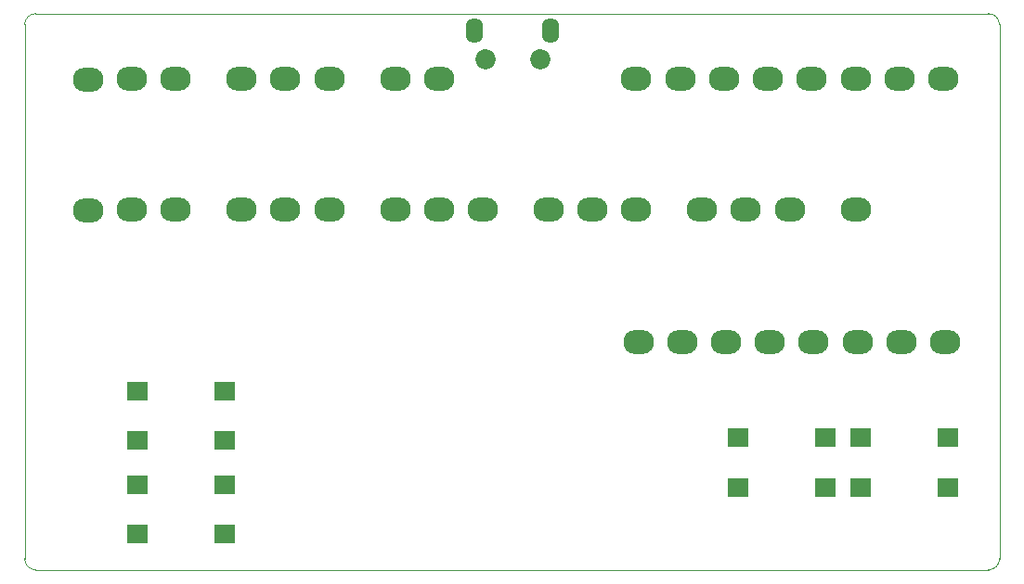
<source format=gbr>
G04 #@! TF.GenerationSoftware,KiCad,Pcbnew,5.1.4-3.fc30*
G04 #@! TF.CreationDate,2019-11-18T01:30:58-06:00*
G04 #@! TF.ProjectId,blinkencard,626c696e-6b65-46e6-9361-72642e6b6963,rev?*
G04 #@! TF.SameCoordinates,Original*
G04 #@! TF.FileFunction,Soldermask,Bot*
G04 #@! TF.FilePolarity,Negative*
%FSLAX46Y46*%
G04 Gerber Fmt 4.6, Leading zero omitted, Abs format (unit mm)*
G04 Created by KiCad (PCBNEW 5.1.4-3.fc30) date 2019-11-18 01:30:58*
%MOMM*%
%LPD*%
G04 APERTURE LIST*
%ADD10C,0.050000*%
%ADD11O,2.800000X2.200000*%
%ADD12O,1.600000X2.300000*%
%ADD13C,1.850000*%
%ADD14R,1.950000X1.700000*%
G04 APERTURE END LIST*
D10*
X1000000Y-50800000D02*
G75*
G02X0Y-49800000I0J1000000D01*
G01*
X88900000Y-49800000D02*
G75*
G02X87900000Y-50800000I-1000000J0D01*
G01*
X87900000Y0D02*
G75*
G02X88900000Y-1000000I0J-1000000D01*
G01*
X0Y-1000000D02*
G75*
G02X1000000Y0I1000000J0D01*
G01*
X0Y-1000000D02*
X0Y-49800000D01*
X1000000Y-50800000D02*
X87900000Y-50800000D01*
X88900000Y-1000000D02*
X88900000Y-49800000D01*
X1000000Y0D02*
X87900000Y0D01*
D11*
G04 #@! TO.C,D57*
X83960000Y-29970000D03*
G04 #@! TD*
G04 #@! TO.C,D56*
X79960000Y-29970000D03*
G04 #@! TD*
G04 #@! TO.C,D55*
X75960000Y-29970000D03*
G04 #@! TD*
G04 #@! TO.C,D54*
X71960000Y-29970000D03*
G04 #@! TD*
G04 #@! TO.C,D53*
X67960000Y-29970000D03*
G04 #@! TD*
G04 #@! TO.C,D52*
X63960000Y-29970000D03*
G04 #@! TD*
G04 #@! TO.C,D51*
X59960000Y-29970000D03*
G04 #@! TD*
G04 #@! TO.C,D50*
X55960000Y-29970000D03*
G04 #@! TD*
G04 #@! TO.C,D47*
X83780000Y-5950000D03*
G04 #@! TD*
G04 #@! TO.C,D46*
X79780000Y-5950000D03*
G04 #@! TD*
G04 #@! TO.C,D45*
X75780000Y-5950000D03*
G04 #@! TD*
G04 #@! TO.C,D44*
X71780000Y-5950000D03*
G04 #@! TD*
G04 #@! TO.C,D43*
X67780000Y-5950000D03*
G04 #@! TD*
G04 #@! TO.C,D42*
X63780000Y-5950000D03*
G04 #@! TD*
G04 #@! TO.C,D41*
X59780000Y-5950000D03*
G04 #@! TD*
G04 #@! TO.C,D40*
X55780000Y-5950000D03*
G04 #@! TD*
G04 #@! TO.C,D37*
X37780000Y-5950000D03*
G04 #@! TD*
G04 #@! TO.C,D36*
X33780000Y-5950000D03*
G04 #@! TD*
G04 #@! TO.C,D35*
X27780000Y-5950000D03*
G04 #@! TD*
G04 #@! TO.C,D34*
X23780000Y-5950000D03*
G04 #@! TD*
G04 #@! TO.C,D33*
X19780000Y-5950000D03*
G04 #@! TD*
G04 #@! TO.C,D32*
X13780000Y-5950000D03*
G04 #@! TD*
G04 #@! TO.C,D31*
X9780000Y-5950000D03*
G04 #@! TD*
G04 #@! TO.C,D30*
X5780000Y-6000000D03*
G04 #@! TD*
G04 #@! TO.C,D27*
X75780000Y-17880000D03*
G04 #@! TD*
G04 #@! TO.C,D26*
X69780000Y-17880000D03*
G04 #@! TD*
G04 #@! TO.C,D25*
X65780000Y-17880000D03*
G04 #@! TD*
G04 #@! TO.C,D24*
X61780000Y-17880000D03*
G04 #@! TD*
G04 #@! TO.C,D23*
X55780000Y-17880000D03*
G04 #@! TD*
G04 #@! TO.C,D22*
X51780000Y-17880000D03*
G04 #@! TD*
G04 #@! TO.C,D21*
X47780000Y-17880000D03*
G04 #@! TD*
G04 #@! TO.C,D20*
X41780000Y-17880000D03*
G04 #@! TD*
G04 #@! TO.C,D17*
X37780000Y-17880000D03*
G04 #@! TD*
G04 #@! TO.C,D16*
X33780000Y-17880000D03*
G04 #@! TD*
G04 #@! TO.C,D15*
X27780000Y-17880000D03*
G04 #@! TD*
G04 #@! TO.C,D14*
X23780000Y-17880000D03*
G04 #@! TD*
G04 #@! TO.C,D13*
X19780000Y-17880000D03*
G04 #@! TD*
G04 #@! TO.C,D12*
X13780000Y-17880000D03*
G04 #@! TD*
G04 #@! TO.C,D11*
X9780000Y-17880000D03*
G04 #@! TD*
G04 #@! TO.C,D10*
X5780000Y-18000000D03*
G04 #@! TD*
D12*
G04 #@! TO.C,J1*
X41000000Y-1512500D03*
X48000000Y-1512500D03*
D13*
X42000000Y-4212500D03*
X47000000Y-4212500D03*
G04 #@! TD*
D14*
G04 #@! TO.C,SW3*
X84230000Y-38750000D03*
X84230000Y-43250000D03*
X76270000Y-43250000D03*
X76270000Y-38750000D03*
G04 #@! TD*
G04 #@! TO.C,SW1*
X10270000Y-43000000D03*
X10270000Y-47500000D03*
X18230000Y-47500000D03*
X18230000Y-43000000D03*
G04 #@! TD*
G04 #@! TO.C,SW2*
X18230000Y-34500000D03*
X18230000Y-39000000D03*
X10270000Y-39000000D03*
X10270000Y-34500000D03*
G04 #@! TD*
G04 #@! TO.C,SW4*
X65020000Y-38750000D03*
X65020000Y-43250000D03*
X72980000Y-43250000D03*
X72980000Y-38750000D03*
G04 #@! TD*
M02*

</source>
